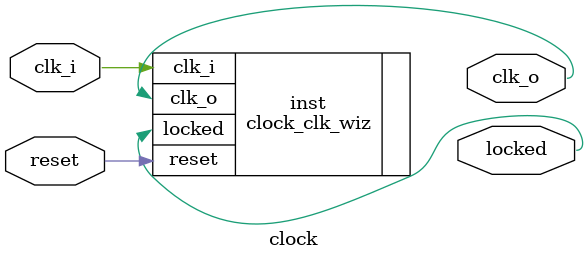
<source format=v>


`timescale 1ps/1ps

(* CORE_GENERATION_INFO = "clock,clk_wiz_v6_0_3_0_0,{component_name=clock,use_phase_alignment=true,use_min_o_jitter=false,use_max_i_jitter=false,use_dyn_phase_shift=false,use_inclk_switchover=false,use_dyn_reconfig=false,enable_axi=0,feedback_source=FDBK_AUTO,PRIMITIVE=PLL,num_out_clk=1,clkin1_period=10.000,clkin2_period=10.000,use_power_down=false,use_reset=true,use_locked=true,use_inclk_stopped=false,feedback_type=SINGLE,CLOCK_MGR_TYPE=NA,manual_override=false}" *)

module clock 
 (
  // Clock out ports
  output        clk_o,
  // Status and control signals
  input         reset,
  output        locked,
 // Clock in ports
  input         clk_i
 );

  clock_clk_wiz inst
  (
  // Clock out ports  
  .clk_o(clk_o),
  // Status and control signals               
  .reset(reset), 
  .locked(locked),
 // Clock in ports
  .clk_i(clk_i)
  );

endmodule

</source>
